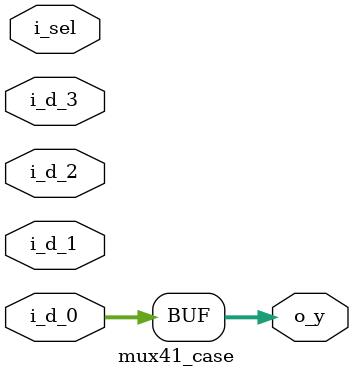
<source format=v>
module mux41_case(i_d_0, i_d_1, i_d_2, i_d_3, i_sel, o_y);
    input [7:0] i_d_0, i_d_1, i_d_2, i_d_3; 
    input [1:0] i_sel;
    output [7:0] o_y;
    reg [7:0] o_y;    
 
    
always @ (i_d_0 or i_d_1 or i_d_2 or i_d_3 or i_sel) begin
    case(i_sel) 
        2'b00: o_y = i_d_0;
        2'b01: o_y = i_d_0;
        2'b10: o_y = i_d_0;
        default: o_y = i_d_0;
    endcase
end
            
endmodule
</source>
